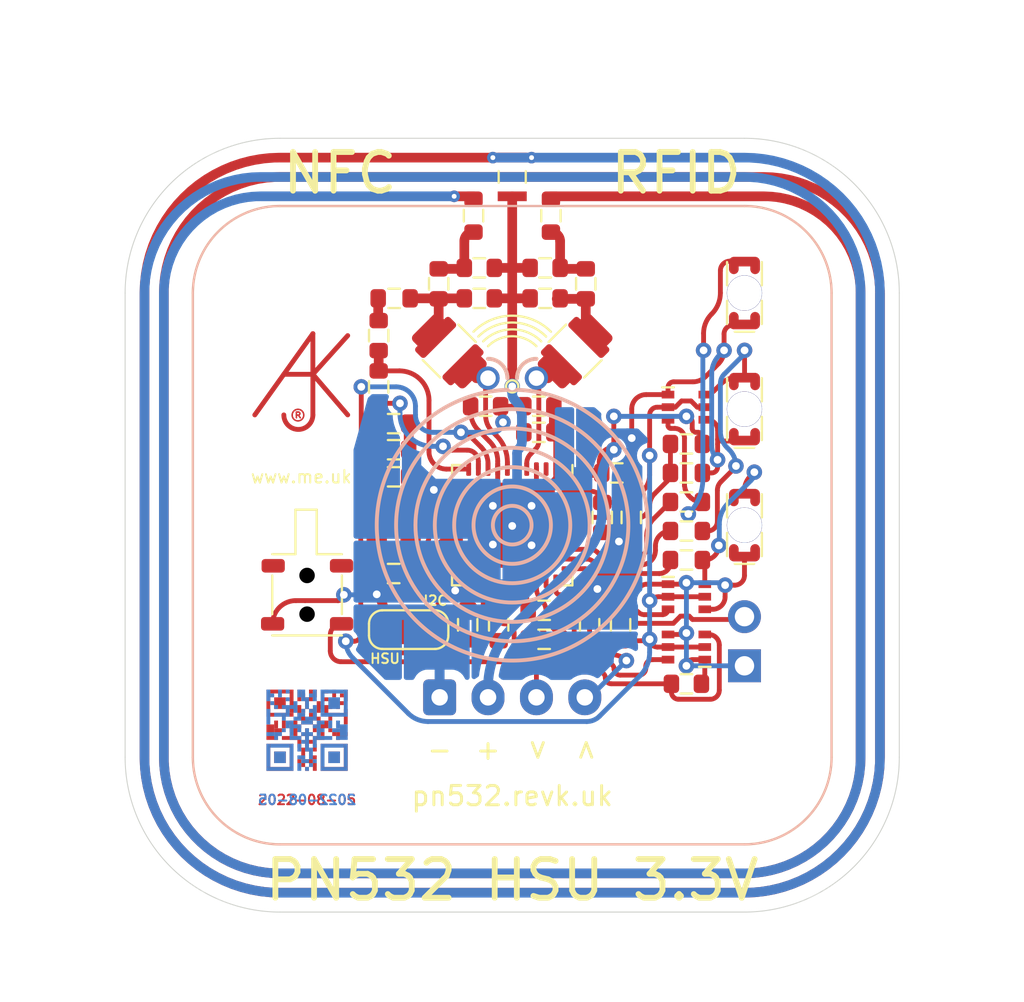
<source format=kicad_pcb>
(kicad_pcb (version 20211014) (generator pcbnew)
  (title_block (title "PN532 NFC reader (HSU)") (date "${DATE}") (rev "7") (company "Adrian Kennard Andrews & Arnold Ltd") (comment 1 "www.m.euk"))
  (layers (0 "F.Cu" signal) (31 "B.Cu" signal) (34 "B.Paste" user) (35 "F.Paste" user) (36 "B.SilkS" user "B.Silkscreen") (37 "F.SilkS" user "F.Silkscreen") (38 "B.Mask" user) (39 "F.Mask" user) (44 "Edge.Cuts" user))
  (property "DATE" "2022-08-05")
  (property "URL" "pn532.revk.uk")
  (net 0 "")
  (net 1 "GND")
  (net 2 "Net-(C3-Pad1)")
  (net 3 "Net-(C4-Pad2)")
  (net 4 "+3V3")
  (net 5 "Net-(C8-Pad2)")
  (net 6 "Net-(C8-Pad1)")
  (net 7 "+5V")
  (net 8 "Net-(C16-Pad1)")
  (net 9 "Net-(L2-Pad2)")
  (net 10 "Net-(L1-Pad1)")
  (net 11 "Net-(D1-Pad2)")
  (net 12 "Net-(D2-Pad2)")
  (net 13 "Net-(D3-Pad2)")
  (net 14 "Net-(C9-Pad1)")
  (net 15 "Net-(C17-Pad1)")
  (net 16 "Net-(J1-Pad2)")
  (net 17 "Net-(JP1-Pad2)")
  (net 18 "Net-(D6-Pad6)")
  (net 19 "Net-(R8-Pad1)")
  (net 20 "Net-(R9-Pad1)")
  (net 21 "Net-(C19-Pad1)")
  (net 36 "Net-(A1-Pad1)")
  (net 37 "Net-(A1-Pad3)")
  (net 38 "Net-(D4-Pad3)")
  (net 39 "Net-(R6-Pad1)")
  (net 40 "Net-(R10-Pad1)")
  (net 41 "Net-(R11-Pad2)")
  (net 42 "Net-(J2-Pad3)")
  (net 43 "Net-(J2-Pad4)")
  (footprint "RevK:Crystal-3.2x2.5" (layer "F.Cu") (at 93.875 100 90)
    (fp_text reference "Y1" hide)
    (fp_text value "27.12MHz")
  )
  (footprint "RevK:ISO7380-M3-NoPad" (layer "F.Cu") (at 88 88)
    (fp_text reference "H2" hide)
    (fp_text value "MountingHole" hide)
  )
  (footprint "RevK:ISO7380-M3-NoPad" (layer "F.Cu") (at 112 112)
    (fp_text reference "H1" hide)
    (fp_text value "MountingHole" hide)
  )
  (footprint "RevK:STP_156120xx7530" (layer "F.Cu") (at 112 94 90)
    (fp_text reference "D2" hide)
    (fp_text value "A")
  )
  (footprint "RevK:STP_156120xx7530" (layer "F.Cu") (at 112 88 90)
    (fp_text reference "D3" hide)
    (fp_text value "R")
  )
  (footprint "RevK:ESE13" (layer "F.Cu") (at 89.4 103.6 90)
    (fp_text reference "SW1" hide)
    (fp_text value "ESE13V01D")
  )
  (footprint "RevK:STP_156120xx7530" (layer "F.Cu") (at 112 100 90)
    (fp_text reference "D1" hide)
    (fp_text value "G")
  )
  (footprint "RevK:C_0603" (layer "F.Cu") (at 101.375 95.2)
    (fp_text reference "C7" hide)
    (fp_text value "100nF")
  )
  (footprint "RevK:C_0603" (layer "F.Cu") (at 103.8 87.525 90)
    (fp_text reference "C3" hide)
    (fp_text value "22pF")
  )
  (footprint "RevK:C_0603" (layer "F.Cu") (at 101.7 88.275)
    (fp_text reference "C5" hide)
    (fp_text value "220pF")
  )
  (footprint "RevK:R_0603" (layer "F.Cu") (at 109 95.8)
    (fp_text reference "R6" hide)
    (fp_text value "10K")
  )
  (footprint "RevK:R_0603" (layer "F.Cu") (at 93.9 88.275)
    (fp_text reference "R4" hide)
    (fp_text value "2K7 1%")
  )
  (footprint "RevK:C_0603" (layer "F.Cu") (at 106.15 99.6 -90)
    (fp_text reference "C13" hide)
    (fp_text value "4.7uF")
  )
  (footprint "RevK:C_0603" (layer "F.Cu") (at 105.4 97.3)
    (fp_text reference "C14" hide)
    (fp_text value "100nF")
  )
  (footprint "RevK:C_0603" (layer "F.Cu") (at 93.875 94.75)
    (fp_text reference "C9" hide)
    (fp_text value "100nF")
  )
  (footprint "RevK:C_0603" (layer "F.Cu") (at 93.875 97.5)
    (fp_text reference "C16" hide)
    (fp_text value "22pF")
  )
  (footprint "RevK:R_0603" (layer "F.Cu") (at 109 100.3)
    (fp_text reference "R9" hide)
    (fp_text value "100R")
  )
  (footprint "RevK:R_0603" (layer "F.Cu") (at 109 101.8)
    (fp_text reference "R8" hide)
    (fp_text value "100R")
  )
  (footprint "RevK:R_0603" (layer "F.Cu") (at 99.3 105.15 90)
    (fp_text reference "R11" hide)
    (fp_text value "10K")
  )
  (footprint "RevK:QFN-40-1EP_6x6mm_P0.5mm_EP4.6x4.6mm" (layer "F.Cu") (at 100 100 -90)
    (fp_text reference "U1" hide)
    (fp_text value "PN532")
  )
  (footprint "RevK:C_0603" (layer "F.Cu") (at 93.875 102.5 180)
    (fp_text reference "C17" hide)
    (fp_text value "22pF")
  )
  (footprint "RevK:PinHeader_1x02_P2.54mm_Vertical" (layer "F.Cu") (at 112 107.27 180)
    (fp_text reference "J1" hide)
    (fp_text value "Bell")
  )
  (footprint "RevK:C_0603" (layer "F.Cu") (at 98.625 93.85 180)
    (fp_text reference "C12" hide)
    (fp_text value "100nF")
  )
  (footprint "RevK:R_0603" (layer "F.Cu") (at 93.1 92.85 -90)
    (fp_text reference "R5" hide)
    (fp_text value "1K 1%")
  )
  (footprint "RevK:R_0603" (layer "F.Cu") (at 109 97.3)
    (fp_text reference "R7" hide)
    (fp_text value "20K")
  )
  (footprint "RevK:R_0603" (layer "F.Cu") (at 109 98.8)
    (fp_text reference "R10" hide)
    (fp_text value "100R")
  )
  (footprint "RevK:C_0603" (layer "F.Cu") (at 97.7 105.15 90)
    (fp_text reference "C18" hide)
    (fp_text value "100nF")
  )
  (footprint "RevK:C_0603" (layer "F.Cu") (at 104.65 99.6 -90)
    (fp_text reference "C11" hide)
    (fp_text value "100nF")
  )
  (footprint "RevK:C_0603" (layer "F.Cu") (at 93.1 90.2 90)
    (fp_text reference "C8" hide)
    (fp_text value "1nF")
  )
  (footprint "RevK:Molex_MiniSPOX_H4V" (layer "F.Cu") (at 100 108.9)
    (fp_text reference "J2" hide)
    (fp_text value "SPOX")
  )
  (footprint "RevK:C_0603" (layer "F.Cu") (at 101.375 93.85)
    (fp_text reference "C10" hide)
    (fp_text value "4.7uF")
  )
  (footprint "RevK:C_0603" (layer "F.Cu") (at 101.7 86.7 180)
    (fp_text reference "C1" hide)
    (fp_text value "160pF")
  )
  (footprint "RevK:C_0603" (layer "F.Cu") (at 98.3 88.275 180)
    (fp_text reference "C6" hide)
    (fp_text value "220pF")
  )
  (footprint "RevK:R_0603" (layer "F.Cu") (at 105.6 105.15 90)
    (fp_text reference "R15" hide)
    (fp_text value "10K")
  )
  (footprint "RevK:PN532-RF-Test" (layer "F.Cu") (at 100 92.4 180)
    (fp_text reference "TP1" hide)
    (fp_text value "TestPoint_2Pole" hide)
  )
  (footprint "RevK:SolderJumper3" (layer "F.Cu") (at 94.65 105.4)
    (fp_text reference "JP1" hide)
    (fp_text value "I1" hide)
  )
  (footprint "RevK:R_0603" (layer "F.Cu") (at 101.65 105.9)
    (fp_text reference "R13" hide)
    (fp_text value "100R")
  )
  (footprint "RevK:C_0603" (layer "F.Cu") (at 93.875 96.1)
    (fp_text reference "C15" hide)
    (fp_text value "4.7uF")
  )
  (footprint "RevK:R_0603" (layer "F.Cu") (at 101.65 104.4 180)
    (fp_text reference "R14" hide)
    (fp_text value "100R")
  )
  (footprint "RevK:L_1206_1008" (layer "F.Cu") (at 103.25 91 45)
    (fp_text reference "L1" hide)
    (fp_text value "560nH")
  )
  (footprint "RevK:L_1206_1008" (layer "F.Cu") (at 96.75 91 -45)
    (fp_text reference "L2" hide)
    (fp_text value "560nH")
  )
  (footprint "RevK:C_0603" (layer "F.Cu") (at 96.2 87.525 -90)
    (fp_text reference "C4" hide)
    (fp_text value "22pF")
  )
  (footprint "RevK:R_0603" (layer "F.Cu") (at 104 105.15 -90)
    (fp_text reference "R12" hide)
    (fp_text value "100R")
  )
  (footprint "RevK:SOT-363_SC-70-6" (layer "F.Cu") (at 109 93.9)
    (fp_text reference "D5" hide)
    (fp_text value "BAV99S")
  )
  (footprint "RevK:QR-PN532" (layer "F.Cu") (at 89.4 110.6)
    (fp_text reference "U2" hide)
    (fp_text value "QR" hide)
  )
  (footprint "RevK:C_0603" (layer "F.Cu") (at 109 108.2)
    (fp_text reference "C19" hide)
    (fp_text value "33pF")
  )
  (footprint "RevK:SOT-363_SC-70-6" (layer "F.Cu") (at 109 103.7)
    (fp_text reference "D4" hide)
    (fp_text value "BAV99S")
  )
  (footprint "RevK:SOT-363_SC-70-6" (layer "F.Cu") (at 109 106.3 180)
    (fp_text reference "D6" hide)
    (fp_text value "BAV99S")
  )
  (footprint "RevK:AJK" (layer "F.Cu") (at 89.7 92.2)
    (fp_text reference "AJK1" hide)
    (fp_text value "AJK" hide)
  )
  (footprint "RevK:PN532-Antenna5" (layer "F.Cu") (at 100 100)
    (fp_text reference "A1" hide)
    (fp_text value "PN532-Antenna")
  )
  (footprint "RevK:C_0603" (layer "F.Cu") (at 98.3 86.7 180)
    (fp_text reference "C2" hide)
    (fp_text value "160pF")
  )
  (footprint "RevK:R_0805_" (layer "F.Cu") (at 100 82 90)
    (fp_text reference "R2" hide)
    (fp_text value "0R")
  )
  (footprint "RevK:R_0603_" (layer "F.Cu") (at 102 84 90)
    (fp_text reference "R3" hide)
    (fp_text value "0R")
  )
  (footprint "RevK:R_0603_" (layer "F.Cu") (at 98 84 90)
    (fp_text reference "R1" hide)
    (fp_text value "0R")
  )
  (footprint "RevK:QR-PN532" (layer "B.Cu") (at 89.4 110.6 180)
    (fp_text reference "U3" hide)
    (fp_text value "QR" hide)
  )
  (gr_circle (center 100 100) (end 105 100) (layer "B.SilkS") (width 0.2) (fill none))
  (gr_arc (start 100.25 92.4) (mid 100.542894 91.692894) (end 101.25 91.4) (layer "B.SilkS") (width 0.2))
  (gr_circle (center 100 100) (end 106 100) (layer "B.SilkS") (width 0.2) (fill none))
  (gr_circle (center 100 100) (end 102 100) (layer "B.SilkS") (width 0.2) (fill none))
  (gr_circle (center 100 100) (end 104 100) (layer "B.SilkS") (width 0.2) (fill none))
  (gr_circle (center 100 100) (end 101 100) (layer "B.SilkS") (width 0.2) (fill none))
  (gr_circle (center 100 100) (end 103 100) (layer "B.SilkS") (width 0.2) (fill none))
  (gr_circle (center 100 100) (end 107 100) (layer "B.SilkS") (width 0.2) (fill none))
  (gr_arc (start 98.75 91.4) (mid 99.457106 91.692894) (end 99.75 92.4) (layer "B.SilkS") (width 0.2))
  (gr_arc (start 98.250001 90.250001) (mid 100 89.525128) (end 101.749999 90.250001) (layer "F.SilkS") (width 0.12))
  (gr_circle (center 100 92.825) (end 100.1 93.125) (layer "F.SilkS") (width 0.12) (fill none))
  (gr_arc (start 100.25 92.4) (mid 100.542894 91.692894) (end 101.25 91.4) (layer "F.SilkS") (width 0.2))
  (gr_arc (start 98.750001 90.750001) (mid 100 90.232234) (end 101.249999 90.750001) (layer "F.SilkS") (width 0.12))
  (gr_arc (start 98.000001 90.000001) (mid 100 89.171574) (end 101.999999 90.000001) (layer "F.SilkS") (width 0.12))
  (gr_arc (start 98.75 91.4) (mid 99.457106 91.692894) (end 99.75 92.4) (layer "F.SilkS") (width 0.2))
  (gr_arc (start 98.500001 90.500001) (mid 100 89.878681) (end 101.499999 90.500001) (layer "F.SilkS") (width 0.12))
  (gr_line (start 88 80) (end 112 80) (layer "Edge.Cuts") (width 0.05))
  (gr_line (start 80 112) (end 80 88) (layer "Edge.Cuts") (width 0.05))
  (gr_arc (start 112 80) (mid 117.656854 82.343146) (end 120 88) (layer "Edge.Cuts") (width 0.05))
  (gr_arc (start 88 120) (mid 82.343146 117.656854) (end 80 112) (layer "Edge.Cuts") (width 0.05))
  (gr_arc (start 80 88) (mid 82.343146 82.343146) (end 88 80) (layer "Edge.Cuts") (width 0.05))
  (gr_line (start 120 88) (end 120 112) (layer "Edge.Cuts") (width 0.05))
  (gr_line (start 112 120) (end 88 120) (layer "Edge.Cuts") (width 0.05))
  (gr_arc (start 120 112) (mid 117.656854 117.656854) (end 112 120) (layer "Edge.Cuts") (width 0.05))
  (gr_text "I2C" (at 96.7 103.9) (layer "F.SilkS") (effects (font (size 0.5 0.5) (thickness 0.1)) (justify right)))
  (gr_text "HSU" (at 92.6 106.9) (layer "F.SilkS") (effects (font (size 0.5 0.5) (thickness 0.1)) (justify left)))
  (gr_text "<" (at 101.25 110.9 90) (layer "F.SilkS") (effects (font (size 1 1)) (justify right)))
  (gr_text ">" (at 103.75 110.9 90) (layer "F.SilkS") (effects (font (size 1 1)) (justify right)))
  (gr_text "-" (at 96.25 111.75 180) (layer "F.SilkS") (effects (font (size 1 1))))
  (gr_text "+" (at 98.75 111.75 180) (layer "F.SilkS") (effects (font (size 1 1))))
  (gr_text "RFID" (at 112 81.8) (layer "F.SilkS") (effects (font (size 2 2) (thickness 0.3)) (justify right)))
  (gr_text "NFC" (at 88 81.8) (layer "F.SilkS") (effects (font (size 2 2) (thickness 0.3)) (justify left)))
  (gr_text "PN532 HSU 3.3V" (at 100 118.35) (layer "F.SilkS") (effects (font (size 2 2) (thickness 0.3))))
  (gr_text "${URL}" (at 100 114) (layer "F.SilkS") (effects (font (size 1 1))))
  (segment (start 106.175 95.5) (end 106.175 97.3) (width 0.5) (layer "F.Cu") (net 1))
  (segment (start 105.525 100.832857) (end 105.514175 100.843682) (width 0.5) (layer "F.Cu") (net 1))
  (segment (start 109.95 108.025) (end 109.775 108.2) (width 0.25) (layer "F.Cu") (net 1))
  (segment (start 108.34 92.59) (end 109.33 92.59) (width 0.25) (layer "F.Cu") (net 1))
  (segment (start 108.949253 103.05) (end 109.023753 102.9755) (width 0.25) (layer "F.Cu") (net 1))
  (segment (start 111 103.1) (end 111 103.7) (width 0.25) (layer "F.Cu") (net 1))
  (segment (start 93.35 105.4) (end 93.35 104.419474) (width 0.5) (layer "F.Cu") (net 1))
  (segment (start 93.1 101.25) (end 93 101.15) (width 0.5) (layer "F.Cu") (net 1))
  (segment (start 99.075 88.275) (end 99.95 88.275) (width 0.5) (layer "F.Cu") (net 1))
  (segment (start 102.25 97.1) (end 102.25 95.441421) (width 0.25) (layer "F.Cu") (net 1))
  (segment (start 101.25 96.975) (end 101.25 98.75) (width 0.25) (layer "F.Cu") (net 1))
  (segment (start 110.6125 95.8125) (end 110.6125 96.9875) (width 0.25) (layer "F.Cu") (net 1))
  (segment (start 108.925 105.65) (end 109 105.575) (width 0.25) (layer "F.Cu") (net 1))
  (segment (start 94.65 96.1) (end 94.65 97.5) (width 0.5) (layer "F.Cu") (net 1))
  (segment (start 110.35 104.35) (end 109.95 104.35) (width 0.25) (layer "F.Cu") (net 1))
  (segment (start 89.3 103.9) (end 91 103.9) (width 0.25) (layer "F.Cu") (net 1))
  (segment (start 99.25 96.975) (end 99.25 98.75) (width 0.25) (layer "F.Cu") (net 1))
  (segment (start 112 95.65) (end 110.811672 95.65) (width 0.25) (layer "F.Cu") (net 1))
  (segment (start 88.82 103.9) (end 89.3 103.9) (width 0.25) (layer "F.Cu") (net 1))
  (segment (start 93.1 102.5) (end 93.1 101.25) (width 0.5) (layer "F.Cu") (net 1))
  (segment (start 104.4 103.3) (end 106.358579 103.3) (width 0.25) (layer "F.Cu") (net 1))
  (segment (start 106.962132 103.05) (end 108.05 103.05) (width 0.25) (layer "F.Cu") (net 1))
  (segment (start 99.075 86.7) (end 100.925 86.7) (width 0.5) (layer "F.Cu") (net 1))
  (segment (start 106.92 93.25) (end 108.05 93.25) (width 0.25) (layer "F.Cu") (net 1))
  (segment (start 102.15 93.85) (end 102.15 95.2) (width 0.5) (layer "F.Cu") (net 1))
  (segment (start 110.6125 95.5675) (end 110.6125 95.8125) (width 0.25) (layer "F.Cu") (net 1))
  (segment (start 94.65 97.5) (end 94.65 98.75) (width 0.5) (layer "F.Cu") (net 1))
  (segment (start 102.25 97.1) (end 102.25 97.47929) (width 0.25) (layer "F.Cu") (net 1))
  (segment (start 110.3 97.3) (end 109.825 97.3) (width 0.25) (layer "F.Cu") (net 1))
  (segment (start 102.2 97.6) (end 101.141422 98.658578) (width 0.25) (layer "F.Cu") (net 1))
  (segment (start 97.85 93.85) (end 97.85 94.122451) (width 0.25) (layer "F.Cu") (net 1))
  (segment (start 94.65 94.75) (end 94.65 96.1) (width 0.5) (layer "F.Cu") (net 1))
  (segment (start 109.32 106.95) (end 109.95 106.95) (width 0.25) (layer "F.Cu") (net 1))
  (segment (start 105.525 100.375) (end 106.25 100.375) (width 0.5) (layer "F.Cu") (net 1))
  (segment (start 110.46 91.85) (end 109.995772 92.314228) (width 0.25) (layer "F.Cu") (net 1))
  (segment (start 93.1 102.5) (end 93.1 103.333079) (width 0.5) (layer "F.Cu") (net 1))
  (segment (start 99.25 98.75) (end 99 99) (width 0.25) (layer "F.Cu") (net 1))
  (segment (start 100 83) (end 100 92.825) (width 0.5) (layer "F.Cu") (net 1))
  (segment (start 110.6125 95.0875) (end 110.6125 95.5675) (width 0.25) (layer "F.Cu") (net 1))
  (segment (start 98.75 101.25) (end 99 101) (width 0.25) (layer "F.Cu") (net 1))
  (segment (start 110.946011 90.113989) (end 110.946011 90.962647) (width 0.25) (layer "F.Cu") (net 1))
  (segment (start 94.65 98.75) (end 94.75 98.85) (width 0.5) (layer "F.Cu") (net 1))
  (segment (start 96.975 100.25) (end 98.25 100.25) (width 0.25) (layer "F.Cu") (net 1))
  (segment (start 104.75 100.375) (end 105.525 100.375) (width 0.5) (layer "F.Cu") (net 1))
  (segment (start 98.25 100.25) (end 99 101) (width 0.25) (layer "F.Cu") (net 1))
  (segment (start 100.925 88.275) (end 99.95 88.275) (width 0.5) (layer "F.Cu") (net 1))
  (segment (start 98.828475 95.671525) (end 98.253475 95.096525) (width 0.25) (layer "F.Cu") (net 1))
  (segment (start 105.525 100.375) (end 105.525 100.832857) (width 0.5) (layer "F.Cu") (net 1))
  (segment (start 109.95 94.55) (end 110.075 94.55) (width 0.25) (layer "F.Cu") (net 1))
  (segment (start 110.662219 91.64778) (end 110.46 91.85) (width 0.25) (layer "F.Cu") (net 1))
  (segment (start 112 101.8) (end 112 102.6) (width 0.25) (layer "F.Cu") (net 1))
  (segment (start 111.99 89.66) (end 111.4 89.66) (width 0.25) (layer "F.Cu") (net 1))
  (segment (start 95.275 98.85) (end 94.75 98.85) (width 0.5) (layer "F.Cu") (net 1))
  (segment (start 108.05 105.65) (end 108.925 105.65) (width 0.25) (layer "F.Cu") (net 1))
  (segment (start 97.583466 97.783466) (end 98.658578 98.858578) (width 0.25) (layer "F.Cu") (net 1))
  (segment (start 111 103.1) (end 111.5 103.1) (width 0.25) (layer "F.Cu") (net 1))
  (segment (start 108.05 93.25) (end 108.05 92.88) (width 0.25) (layer "F.Cu") (net 1))
  (segment (start 97.7 104.375) (end 97.7 104.025251) (width 0.25) (layer "F.Cu") (net 1))
  (segment (start 101.25 98.75) (end 101 99) (width 0.25) (layer "F.Cu") (net 1))
  (segment (start 109.95 106.95) (end 109.95 108.025) (width 0.25) (layer "F.Cu") (net 1))
  (segment (start 108.05 103.05) (end 108.949253 103.05) (width 0.25) (layer "F.Cu") (net 1))
  (segment (start 96.975 101.25) (end 98.75 101.25) (width 0.25) (layer "F.Cu") (net 1))
  (segment (start 97.1 97.75) (end 97.502672 97.75) (width 0.25) (layer "F.Cu") (net 1))
  (segment (start 106.175 95.5) (end 106.175 93.995) (width 0.25) (layer "F.Cu") (net 1))
  (segment (start 99.25 97.1) (end 99.25 96.689176) (width 0.25) (layer "F.Cu") (net 1))
  (via (at 104.4 103.3) (size 0.8) (drill 0.4) (layers "F.Cu" "B.Cu") (net 1))
  (via (at 110.946011 90.962647) (size 0.8) (drill 0.4) (layers "F.Cu" "B.Cu") (net 1))
  (via (at 93 103.5745) (size 0.8) (drill 0.4) (layers "F.Cu" "B.Cu") (net 1))
  (via (at 91.3 103.6) (size 0.8) (drill 0.4) (layers "F.Cu" "B.Cu") (net 1))
  (via (at 105.514175 100.843682) (size 0.8) (drill 0.4) (layers "F.Cu" "B.Cu") (net 1))
  (via (at 100 92.825) (size 0.8) (drill 0.4) (layers "F.Cu" "B.Cu") (net 1))
  (via (at 109 107.27) (size 0.8) (drill 0.4) (layers "F.Cu" "B.Cu") (net 1))
  (via (at 100 100.04) (size 0.8) (drill 0.4) (layers "F.Cu" "B.Cu") (net 1))
  (via (at 111 103.1) (size 0.8) (drill 0.4) (layers "F.Cu" "B.Cu") (net 1))
  (via (at 110.61 96.62) (size 0.8) (drill 0.4) (layers "F.Cu" "B.Cu") (net 1))
  (via (at 101 101.04) (size 0.8) (drill 0.4) (layers "F.Cu" "B.Cu") (net 1))
  (via (at 97.053825 103.379076) (size 0.8) (drill 0.4) (layers "F.Cu" "B.Cu") (net 1))
  (via (at 99 101) (size 0.8) (drill 0.4) (layers "F.Cu" "B.Cu") (net 1))
  (via (at 106.175 95.5) (size 0.8) (drill 0.4) (layers "F.Cu" "B.Cu") (net 1))
  (via (at 109 102.9755) (size 0.8) (drill 0.4) (layers "F.Cu" "B.Cu") (net 1))
  (via (at 109 105.575) (size 0.8) (drill 0.4) (layers "F.Cu" "B.Cu") (net 1))
  (via (at 101 99) (size 0.8) (drill 0.4) (layers "F.Cu" "B.Cu") (net 1))
  (via (at 99 99) (size 0.8) (drill 0.4) (layers "F.Cu" "B.Cu") (net 1))
  (via (at 95.95 98.175) (size 0.8) (drill 0.4) (layers "F.Cu" "B.Cu") (net 1))
  (arc (start 97.502672 97.75) (mid 97.546397 97.758698) (end 97.583466 97.783466) (width 0.25) (layer "F.Cu") (net 1))
  (arc (start 102.25 97.47929) (mid 102.237006 97.544617) (end 102.2 97.6) (width 0.25) (layer "F.Cu") (net 1))
  (arc (start 111.5 103.1) (mid 111.853553 102.953553) (end 112 102.6) (width 0.25) (layer "F.Cu") (net 1))
  (arc (start 106.175 93.995) (mid 106.393205 93.468205) (end 106.92 93.25) (width 0.25) (layer "F.Cu") (net 1))
  (arc (start 106.358579 103.3) (mid 106.489235 103.274011) (end 106.6 103.2) (width 0.25) (layer "F.Cu") (net 1))
  (arc (start 110.811672 95.65) (mid 110.703881 95.628559) (end 110.6125 95.5675) (width 0.25) (layer "F.Cu") (net 1))
  (arc (start 93.35 104.419474) (mid 93.259038 103.962178) (end 93 103.5745) (width 0.5) (layer "F.Cu") (net 1))
  (arc (start 111.4 89.66) (mid 111.078981 89.79297) (end 110.946011 90.113989) (width 0.25) (layer "F.Cu") (net 1))
  (arc (start 109 107.27) (mid 109.093726 107.043726) (end 109.32 106.95) (width 0.25) (layer "F.Cu") (net 1))
  (arc (start 97.85 94.122451) (mid 97.95486 94.649616) (end 98.253475 95.096525) (width 0.25) (layer "F.Cu") (net 1))
  (arc (start 101.141422 98.658578) (mid 101.036755 98.815223) (end 101 99) (width 0.25) (layer "F.Cu") (net 1))
  (arc (start 102.25 95.441421) (mid 102.224011 95.310765) (end 102.15 95.2) (width 0.25) (layer "F.Cu") (net 1))
  (arc (start 106.6 103.2) (mid 106.766147 103.088984) (end 106.962132 103.05) (width 0.25) (layer "F.Cu") (net 1))
  (arc (start 95.95 98.175) (mid 95.752297 98.652297) (end 95.275 98.85) (width 0.5) (layer "F.Cu") (net 1))
  (arc (start 93.1 103.333079) (mid 93.074011 103.463735) (end 93 103.5745) (width 0.5) (layer "F.Cu") (net 1))
  (arc (start 97.7 104.025251) (mid 97.51074 103.568336) (end 97.053825 103.379076) (width 0.25) (layer "F.Cu") (net 1))
  (arc (start 112 89.65) (mid 111.997071 89.657071) (end 111.99 89.66) (width 0.25) (layer "F.Cu") (net 1))
  (arc (start 91 103.9) (mid 91.212132 103.812132) (end 91.3 103.6) (width 0.25) (layer "F.Cu") (net 1))
  (arc (start 108.05 92.88) (mid 108.134939 92.674939) (end 108.34 92.59) (width 0.25) (layer "F.Cu") (net 1))
  (arc (start 110.946011 90.962647) (mid 110.872256 91.333439) (end 110.662219 91.64778) (width 0.25) (layer "F.Cu") (net 1))
  (arc (start 109.995772 92.314228) (mid 109.690313 92.518329) (end 109.33 92.59) (width 0.25) (layer "F.Cu") (net 1))
  (arc (start 87.62 105.1) (mid 87.971472 104.251472) (end 88.82 103.9) (width 0.25) (layer "F.Cu") (net 1))
  (arc (start 111 103.7) (mid 110.809619 104.159619) (end 110.35 104.35) (width 0.25) (layer "F.Cu") (net 1))
  (arc (start 98.658578 98.858578) (mid 98.815223 98.963245) (end 99 99) (width 0.25) (layer "F.Cu") (net 1))
  (arc (start 110.6125 96.9875) (mid 110.520971 97.208471) (end 110.3 97.3) (width 0.25) (layer "F.Cu") (net 1))
  (arc (start 99.25 96.689176) (mid 99.14045 96.138428) (end 98.828475 95.671525) (width 0.25) (layer "F.Cu") (net 1))
  (arc (start 110.075 94.55) (mid 110.45507 94.70743) (end 110.6125 95.0875) (width 0.25) (layer "F.Cu") (net 1))
  (segment (start 109 102.9755) (end 110.8755 102.9755) (width 0.25) (layer "B.Cu") (net 1))
  (segment (start 109 105.575) (end 109 107.27) (width 0.25) (layer "B.Cu") (net 1))
  (segment (start 96.25 108.9) (end 96.25 107.15) (width 0.5) (layer "B.Cu") (net 1))
  (segment (start 110.946011 90.962647) (end 110.71704 91.191618) (width 0.25) (layer "B.Cu") (net 1))
  (segment (start 91.3 103.6) (end 92.9745 103.6) (width 0.25) (layer "B.Cu") (net 1))
  (segment (start 109 105.575) (end 109 102.9755) (width 0.25) (layer "B.Cu") (net 1))
  (segment (start 100.499501 94.39377) (end 100.499501 95.689073) (width 0.5) (layer "B.Cu") (net 1))
  (segment (start 110.305969 92.184031) (end 110.305969 95.886005) (width 0.25) (layer "B.Cu") (net 1))
  (segment (start 100 92.825) (end 100 93.187868) (width 0.5) (layer "B.Cu") (net 1))
  (segment (start 100.25 96.291421) (end 100.25 98.5) (width 0.5) (layer "B.Cu") (net 1))
  (segment (start 112 107.27) (end 109 107.27) (width 0.25) (layer "B.Cu") (net 1))
  (arc (start 100 93.187868) (mid 100.038983 93.383852) (end 100.15 93.55) (width 0.5) (layer "B.Cu") (net 1))
  (arc (start 110.71704 91.191618) (mid 110.412803 91.646941) (end 110.305969 92.184031) (width 0.25) (layer "B.Cu") (net 1))
  (arc (start 110.305969 95.886005) (mid 110.384984 96.28324) (end 110.61 96.62) (width 0.25) (layer "B.Cu") (net 1))
  (arc (start 100.15 93.55) (mid 100.408669 93.937125) (end 100.499501 94.39377) (width 0.5) (layer "B.Cu") (net 1))
  (arc (start 100.499501 95.689073) (mid 100.460647 95.884405) (end 100.35 96.05) (width 0.5) (layer "B.Cu") (net 1))
  (arc (start 110.8755 102.9755) (mid 110.963535 103.011965) (end 111 103.1) (width 0.25) (layer "B.Cu") (net 1))
  (arc (start 92.9745 103.6) (mid 92.992531 103.592531) (end 93 103.5745) (width 0.25) (layer "B.Cu") (net 1))
  (arc (start 105.95 95.25) (mid 106.088893 95.292132) (end 106.183142 95.403429) (width 0.5) (layer "B.Cu") (net 1))
  (arc (start 100.35 96.05) (mid 100.275989 96.160765) (end 100.25 96.291421) (width 0.5) (layer "B.Cu") (net 1))
  (segment (start 103.8 88.275) (end 103.8 89.570102) (width 0.5) (layer "F.Cu") (net 2))
  (segment (start 103.8 88.3) (end 102.3 88.3) (width 0.5) (layer "F.Cu") (net 2))
  (segment (start 103.8 89.570102) (end 104.239949 90.010051) (width 0.5) (layer "F.Cu") (net 2))
  (segment (start 96.175 88.275) (end 96.2 88.3) (width 0.5) (layer "F.Cu") (net 3))
  (segment (start 96.2 89.570102) (end 95.760051 90.010051) (width 0.5) (layer "F.Cu") (net 3))
  (segment (start 94.725 88.275) (end 96.175 88.275) (width 0.5) (layer "F.Cu") (net 3))
  (segment (start 97.525 88.275) (end 96.225 88.275) (width 0.5) (layer "F.Cu") (net 3))
  (segment (start 96.2 88.275) (end 96.2 89.570102) (width 0.5) (layer "F.Cu") (net 3))
  (segment (start 96.225 88.275) (end 96.2 88.3) (width 0.5) (layer "F.Cu") (net 3))
  (segment (start 93.1 96.1) (end 92.95 96.1) (width 0.25) (layer "F.Cu") (net 4))
  (segment (start 107.1 97.4) (end 107.1 96.4) (width 0.25) (layer "F.Cu") (net 4))
  (segment (start 100.6 95.2) (end 100.6 95.617158) (width 0.25) (layer "F.Cu") (net 4))
  (segment (start 108.43 93.9) (end 108.75 93.58) (width 0.25) (layer "F.Cu") (net 4))
  (segment (start 98.5 103.741421) (end 98.5 105.864645) (width 0.25) (layer "F.Cu") (net 4))
  (segment (start 107.1 96.4) (end 107.1 94.3) (width 0.25) (layer "F.Cu") (net 4))
  (segment (start 98.75 97.1) (end 98.75 96.832957) (width 0.25) (layer "F.Cu") (net 4))
  (segment (start 97.824149 95.396399) (end 98.388875 95.961125) (width 0.25) (layer "F.Cu") (net 4))
  (segment (start 105.6 105.975) (end 106.918934 105.975) (width 0.25) (layer "F.Cu") (net 4))
  (segment (start 95.95 105.4) (end 95.95 106.05) (width 0.25) (layer "F.Cu") (net 4))
  (segment (start 92.175489 96.874511) (end 92.175489 105.649511) (width 0.25) (layer "F.Cu") (net 4))
  (segment (start 108.05 93.9) (end 108.43 93.9) (width 0.25) (layer "F.Cu") (net 4))
  (segment (start 99.3 106.025) (end 99.275 106.025) (width 0.25) (layer "F.Cu") (net 4))
  (segment (start 107.5 106.3) (end 108.05 106.3) (width 0.25) (layer "F.Cu") (net 4))
  (segment (start 109.56 93.9) (end 109.95 93.9) (width 0.25) (layer "F.Cu") (net 4))
  (segment (start 102.9 98.25) (end 104.075 98.25) (width 0.25) (layer "F.Cu") (net 4))
  (segment (start 99.25 105.925) (end 99.3 105.975) (width 0.25) (layer "F.Cu") (net 4))
  (segment (start 97.7 105.925) (end 98.525 105.925) (width 0.25) (layer "F.Cu") (net 4))
  (segment (start 92.2 92.85) (end 92.2 95.2) (width 0.25) (layer "F.Cu") (net 4))
  (segment (start 100.6 93.85) (end 99.4 93.85) (width 0.25) (layer "F.Cu") (net 4))
  (segment (start 91.4 106) (end 91.825 106) (width 0.25) (layer "F.Cu") (net 4))
  (segment (start 97.424264 105.9) (end 97.7 105.9) (width 0.25) (layer "F.Cu") (net 4))
  (segment (start 108.75 93.58) (end 109.24 93.58) (width 0.25) (layer "F.Cu") (net 4))
  (segment (start 95.95 105.4) (end 96.217158 105.4) (width 0.25) (layer "F.Cu") (net 4))
  (segment (start 109.24 93.58) (end 109.56 93.9) (width 0.25) (layer "F.Cu") (net 4))
  (segment (start 99.4 93.85) (end 99.4 94.525) (width 0.25) (layer "F.Cu") (net 4))
  (segment (start 108.05 106.3) (end 109.95 106.3) (width 0.25) (layer "F.Cu") (net 4))
  (segment (start 106.15 98.825) (end 106.6875 98.2875) (width 0.25) (layer "F.Cu") (net 4))
  (segment (start 108.05 103.7) (end 107.56129 103.7) (width 0.25) (layer "F.Cu") (net 4))
  (segment (start 106.15 98.825) (end 104.65 98.825) (width 0.25) (layer "F.Cu") (net 4))
  (segment (start 106.764124 98.210875) (end 106.6875 98.2875) (width 0.25) (layer "F.Cu") (net 4))
  (segment (start 98.75 102.9) (end 98.75 103.137868) (width 0.25) (layer "F.Cu") (net 4))
  (segment (start 107.5 93.9) (end 108.05 93.9) (width 0.25) (layer "F.Cu") (net 4))
  (segment (start 98.525 105.925) (end 99.25 105.925) (width 0.25) (layer "F.Cu") (net 4))
  (segment (start 108.05 103.7) (end 109.95 103.7) (width 0.25) (layer "F.Cu") (net 4))
  (segment (start 100.25 96.462132) (end 100.25 97.1) (width 0.25) (layer "F.Cu") (net 4))
  (segment (start 93.125978 106.6) (end 95.4 106.6) (width 0.25) (layer "F.Cu") (net 4))
  (segment (start 100.6 93.85) (end 100.6 95.2) (width 0.25) (layer "F.Cu") (net 4))
  (via (at 97.35 95.2) (size 0.8) (drill 0.4) (layers "F.Cu" "B.Cu") (net 4))
  (via (at 107.1 96.4) (size 0.8) (drill 0.4) (layers "F.Cu" "B.Cu") (net 4))
  (via (at 92.2 92.85) (size 0.8) (drill 0.4) (layers "F.Cu" "B.Cu") (net 4))
  (via (at 107.1 103.899989) (size 0.8) (drill 0.4) (layers "F.Cu" "B.Cu") (net 4))
  (via (at 107.1 105.9) (size 0.8) (drill 0.4) (layers "F.Cu" "B.Cu") (net 4))
  (via (at 91.4 106) (size 0.8) (drill 0.4) (layers "F.Cu" "B.Cu") (net 4))
  (via (at 99.522431 94.680773) (size 0.8) (drill 0.4) (layers "F.Cu" "B.Cu") (net 4))
  (arc (start 96.217158 105.4) (mid 96.47847 105.451978) (end 96.7 105.6) (width 0.25) (layer "F.Cu") (net 4))
  (arc (start 96.7 105.6) (mid 97.032294 105.822033) (end 97.424264 105.9) (width 0.25) (layer "F.Cu") (net 4))
  (arc (start 100.6 95.617158) (mid 100.548022 95.87847) (end 100.4 96.1) (width 0.25) (layer "F.Cu") (net 4))
  (arc (start 107.56129 103.7) (mid 107.299992 103.751975) (end 107.078474 103.899989) (width 0.25) (layer "F.Cu") (net 4))
  (arc (start 92.2 95.2) (mid 92.463604 95.836396) (end 93.1 96.1) (width 0.25) (layer "F.Cu") (net 4))
  (arc (start 107.1 97.4) (mid 107.012709 97.838843) (end 106.764124 98.210875) (width 0.25) (layer "F.Cu") (net 4))
  (arc (start 106.918934 105.975) (mid 107.016926 105.955509) (end 107.1 105.9) (width 0.25) (layer "F.Cu") (net 4))
  (arc (start 91.825 106) (mid 92.072833 105.897344) (end 92.175489 105.649511) (width 0.25) (layer "F.Cu") (net 4))
  (arc (start 98.75 96.832957) (mid 98.656147 96.361125) (end 98.388875 95.961125) (width 0.25) (layer "F.Cu") (net 4))
  (arc (start 95.4 106.6) (mid 95.788909 106.438909) (end 95.95 106.05) (width 0.25) (layer "F.Cu") (net 4))
  (arc (start 99.4 94.525) (mid 99.429289 94.595711) (end 99.5 94.625) (width 0.25) (layer "F.Cu") (net 4))
  (arc (start 107.1 94.3) (mid 107.217157 94.017157) (end 107.5 93.9) (width 0.25) (layer "F.Cu") (net 4))
  (arc (start 107.1 105.9) (mid 107.217157 106.182843) (end 107.5 106.3) (width 0.25) (layer "F.Cu") (net 4))
  (arc (start 92.95 96.1) (mid 92.402338 96.326849) (end 92.175489 96.874511) (width 0.25) (layer "F.Cu") (net 4))
  (arc (start 100.4 96.1) (mid 100.288984 96.266147) (end 100.25 96.462132) (width 0.25) (layer "F.Cu") (net 4))
  (arc (start 104.075 98.25) (mid 104.481586 98.418414) (end 104.65 98.825) (width 0.25) (layer "F.Cu") (net 4))
  (arc (start 97.35 95.2) (mid 97.606608 95.251042) (end 97.824149 95.396399) (width 0.25) (layer "F.Cu") (net 4))
  (arc (start 98.5 103.741421) (mid 98.525989 103.610765) (end 98.6 103.5) (width 0.25) (layer "F.Cu") (net 4))
  (arc (start 92.175489 105.649511) (mid 92.453881 106.321608) (end 93.125978 106.6) (width 0.25) (layer "F.Cu") (net 4))
  (arc (start 98.5 105.864645) (mid 98.506496 105.897308) (end 98.525 105.925) (width 0.25) (layer "F.Cu") (net 4))
  (arc (start 98.75 103.137868) (mid 98.711016 103.333852) (end 98.6 103.5) (width 0.25) (layer "F.Cu") (net 4))
  (segment (start 95.64999 110.15001) (end 103.84999 110.15001) (width 0.25) (layer "B.Cu") (net 4))
  (segment (start 107.1 105.9) (end 107.1 106.570217) (width 0.25) (layer "B.Cu") (net 4))
  (segment (start 97.35 95.2) (end 95.9 95.2) (width 0.25) (layer "B.Cu") (net 4))
  (segment (start 94 92.85) (end 92.2 92.85) (width 0.25) (layer "B.Cu") (net 4))
  (segment (start 104.510156 109.87656) (end 106.593358 107.793358) (width 0.25) (layer "B.Cu") (net 4))
  (segment (start 107.1 103.899989) (end 107.1 96.4) (width 0.25) (layer "B.Cu") (net 4))
  (segment (start 107.1 105.9) (end 107.1 103.899989) (width 0.25) (layer "B.Cu") (net 4))
  (segment (start 97.35 95.2) (end 99.003204 95.2) (width 0.25) (layer "B.Cu") (net 4))
  (segment (start 95 93.85) (end 95 94.3) (width 0.25) (layer "B.Cu") (net 4))
  (segment (start 91.753553 106.853554) (end 94.62576 109.72576) (width 0.25) (layer "B.Cu") (net 4))
  (arc (start 95 93.85) (mid 94.707107 93.142893) (end 94 92.85) (width 0.25) (layer "B.Cu") (net 4))
  (arc (start 99.003204 95.2) (mid 99.370353 95.047922) (end 99.522431 94.680773) (width 0.25) (layer "B.Cu") (net 4))
  (arc (start 106.593358 107.793358) (mid 106.968328 107.232176) (end 107.1 106.570217) (width 0.25) (layer "B.Cu") (net 4))
  (arc (start 91.4 106) (mid 91.491886 106.46194) (end 91.753553 106.853554) (width 0.25) (layer "B.Cu") (net 4))
  (arc (start 94.62576 109.72576) (mid 95.09568 110.039751) (end 95.64999 110.15001) (width 0.25) (layer "B.Cu") (net 4))
  (arc (start 103.84999 110.15001) (mid 104.207269 110.078942) (end 104.510156 109.87656) (width 0.25) (layer "B.Cu") (net 4))
  (arc (start 95.9 95.2) (mid 95.263604 94.936396) (end 95 94.3) (width 0.25) (layer "B.Cu") (net 4))
  (segment (start 93.075 89.4) (end 93.1 89.425) (width 0.5) (layer "F.Cu") (net 5))
  (segment (start 93.075 88.25) (end 93.075 89.4) (width 0.5) (layer "F.Cu") (net 5))
  (segment (start 97.75 97.1) (end 96.6 97.1) (width 0.25) (layer "F.Cu") (net 6))
  (segment (start 95.7 96.2) (end 95.7 93.55) (width 0.25) (layer "F.Cu") (net 6))
  (segment (start 94.175 92.025) (end 93.1 92.025) (width 0.25) (layer "F.Cu") (net 6))
  (segment (start 93.1 90.975) (end 93.1 92.025) (width 0.5) (layer "F.Cu") (net 6))
  (arc (start 95.7 93.55) (mid 95.253338 92.471662) (end 94.175 92.025) (width 0.25) (layer "F.Cu") (net 6))
  (arc (start 96.6 97.1) (mid 95.963604 96.836396) (end 95.7 96.2) (width 0.25) (layer "F.Cu") (net 6))
  (segment (start 109.300489 94.999511) (end 109.300489 94.724778) (width 0.25) (layer "F.Cu") (net 7))
  (segment (start 109.6 95.2) (end 109.500978 95.2) (width 0.25) (layer "F.Cu") (net 7))
  (segment (start 104.625 97.3) (end 103.3 97.3) (width 0.5) (layer "F.Cu") (net 7))
  (segment (start 104.625 97.3) (end 104.625 96.725) (width 0.5) (layer "F.Cu") (net 7))
  (segment (start 105.25 94.4) (end 105.25 96.1) (width 0.25) (layer "F.Cu") (net 7))
  (via (at 109 94.375) (size 0.8) (drill 0.4) (layers "F.Cu" "B.Cu") (net 7))
  (via (at 105.25 96.1) (size 0.8) (drill 0.4) (layers "F.Cu" "B.Cu") (net 7))
  (via (at 105.25 94.375) (size 0.8) (drill 0.4) (layers "F.Cu" "B.Cu") (net 7))
  (arc (start 109.500978 95.2) (mid 109.359211 95.141278) (end 109.300489 94.999511) (width 0.25) (layer "F.Cu") (net 7))
  (arc (start 103.3 97.3) (mid 103.087868 97.387868) (end 103 97.6) (width 0.5) (layer "F.Cu") (net 7))
  (arc (start 104.625 96.725) (mid 104.808058 96.283058) (end 105.25 96.1) (width 0.5) (layer "F.Cu") (net 7))
  (arc (start 109.825 95.425) (mid 109.759099 95.265901) (end 109.6 95.2) (width 0.25) (layer "F.Cu") (net 7))
  (arc (start 109.300489 94.675489) (mid 109.212478 94.463011) (end 109 94.375) (width 0.25) (layer "F.Cu") (net 7))
  (segment (start 105.25 94.375) (end 109 94.375) (width 0.25) (layer "B.Cu") (net 7))
  (segment (start 103.649312 101.649312) (end 100.049312 105.249312) (width 0.5) (layer "B.Cu") (net 7))
  (segment (start 104.638443 97.576429) (end 104.638443 99.261339) (width 0.5) (layer "B.Cu") (net 7))
  (segment (start 98.75 108.386128) (end 98.75 108.9) (width 0.5) (layer "B.Cu") (net 7))
  (arc (start 105.25 96.1) (mid 104.797381 96.777391) (end 104.638443 97.576429) (width 0.5) (layer "B.Cu") (net 7))
  (arc (start 100.049312 105.249312) (mid 99.08768 106.688496) (end 98.75 108.386128) (width 0.5) (layer "B.Cu") (net 7))
  (arc (start 104.638443 99.261339) (mid 104.381376 100.5537) (end 103.649312 101.649312) (width 0.5) (layer "B.Cu") (net 7))
  (segment (start 96 99.4) (end 95.558579 99.841421) (width 0.25) (layer "F.Cu") (net 8))
  (segment (start 93 99.5) (end 93 98.85) (width 0.25) (layer "F.Cu") (net 8))
  (segment (start 93.1 98.75) (end 93.1 97.5) (width 0.25) (layer "F.Cu") (net 8))
  (segment (start 97.1 99.25) (end 96.362132 99.25) (width 0.25) (layer "F.Cu") (net 8))
  (segment (start 95.175736 100) (end 93.5 100) (width 0.25) (layer "F.Cu") (net 8))
  (arc (start 96.362132 99.25) (mid 96.166148 99.288983) (end 96 99.4) (width 0.25) (layer "F.Cu") (net 8))
  (arc (start 93.5 100) (mid 93.146447 99.853553) (end 93 99.5) (width 0.25) (layer "F.Cu") (net 8))
  (arc (start 95.558579 99.841421) (mid 95.382929 99.958786) (end 95.175736 100) (width 0.25) (layer "F.Cu") (net 8))
  (arc (start 93 98.85) (mid 93.070711 98.820711) (end 93.1 98.75) (width 0.25) (layer "F.Cu") (net 8))
  (segment (start 98.75 92.4) (end 98.15 92.4) (width 0.5) (layer "F.Cu") (net 9))
  (segment (start 98.968989 95.155737) (end 99.181626 95.368374) (width 0.25) (layer "F.Cu") (net 9))
  (segment (start 98.624806 94.324806) (end 98.624806 92.600194) (width 0.25) (layer "F.Cu") (net 9))
  (segment (start 98.15 92.4) (end 97.739949 91.989949) (width 0.5) (layer "F.Cu") (net 9))
  (segment (start 99.75 97.1) (end 99.75 96.74055) (width 0.25) (layer "F.Cu") (net 9))
  (arc (start 99.75 96.74055) (mid 99.602285 95.997934) (end 99.181626 95.368374) (width 0.25) (layer "F.Cu") (net 9))
  (arc (start 98.624806 94.324806) (mid 98.714256 94.774503) (end 98.968989 95.155737) (width 0.25) (layer "F.Cu") (net 9))
  (segment (start 101.25 92.4) (end 101.85 92.4) (width 0.5) (layer "F.Cu") (net 10))
  (segment (start 101.375 92.701776) (end 101.375 95.652513) (width 0.25) (layer "F.Cu") (net 10))
  (segment (start 101.85 92.4) (end 102.260051 91.989949) (width 0.5) (layer "F.Cu") (net 10))
  (segment (start 100.75 96.807842) (end 100.75 97.1) (width 0.25) (layer "F.Cu") (net 10))
  (segment (start 101.2 96.075) (end 100.95 96.325) (width 0.25) (layer "F.Cu") (net 10))
  (arc (start 101.25 92.4) (mid 101.342514 92.538456) (end 101.375 92.701776) (width 0.25) (layer "F.Cu") (net 10))
  (arc (start 101.375 95.652513) (mid 101.329519 95.881161) (end 101.2 96.075) (width 0.25) (layer "F.Cu") (net 10))
  (arc (start 100.95 96.325) (mid 100.801978 96.54653) (end 100.75 96.807842) (width 0.25) (layer "F.Cu") (net 10))
  (segment (start 112.51 97.26) (end 112.304057 97.465943) (width 0.25) (layer "F.Cu") (net 11))
  (segment (start 109.95 101.925) (end 109.825 101.8) (width 0.25) (layer "F.Cu") (net 11))
  (segment (start 109.925 101.8) (end 109.825 101.8) (width 0.25) (layer "F.Cu") (net 11))
  (segment (start 109.95 103.05) (end 109.95 101.925) (width 0.25) (layer "F.Cu") (net 11))
  (via (at 112.51 97.26) (size 0.8) (drill 0.4) (layers "F.Cu" "B.Cu") (net 11))
  (via (at 110.675 101.05) (size 0.8) (drill 0.4) (layers "F.Cu" "B.Cu") (net 11))
  (arc (start 110.675 101.05) (mid 110.45533 101.58033) (end 109.925 101.8) (width 0.25) (layer "F.Cu") (net 11))
  (arc (start 112.304057 97.465943) (mid 112.079022 97.80273) (end 112 98.2) (width 0.25) (layer "F.Cu") (net 11))
  (segment (start 112.329688 97.695312) (end 111.15 98.875) (width 0.25) (layer "B.Cu") (net 11))
  (segment (start 110.7 101.1) (end 110.7 99.961396) (width 0.25) (layer "B.Cu") (net 11))
  (arc (start 112.51 97.26) (mid 112.463138 97.495589) (end 112.329688 97.695312) (width 0.25) (layer "B.Cu") (net 11))
  (arc (start 111.15 98.875) (mid 110.816951 99.373442) (end 110.7 99.961396) (width 0.25) (layer "B.Cu") (net 11))
  (segment (start 110.435525 93.048889) (end 110.767207 92.717207) (width 0.25) (layer "F.Cu") (net 12))
  (segment (start 110.1 100.3) (end 109.825 100.3) (width 0.25) (layer "F.Cu") (net 12))
  (segment (start 110.783848 97.756152) (end 111.54 97) (width 0.25) (layer "F.Cu") (net 12))
  (segment (start 112 92.35) (end 111.653723 92.35) (width 0.25) (layer "F.Cu") (net 12))
  (segment (start 110.6 98.2) (end 110.6 99.8) (width 0.25) (layer "F.Cu") (net 12))
  (segment (start 112.004431 90.962647) (end 112.004431 92.339303) (width 0.25) (layer "F.Cu") (net 12))
  (via (at 112.004431 90.962647) (size 0.8) (drill 0.4) (layers "F.Cu" "B.Cu") (net 12))
  (via (at 111.56 96.94) (size 0.8) (drill 0.4) (layers "F.Cu" "B.Cu") (net 12))
  (arc (start 111.653723 92.35) (mid 111.173944 92.445434) (end 110.767207 92.717207) (width 0.25) (layer "F.Cu") (net 12))
  (arc (start 110.6 99.8) (mid 110.453553 100.153553) (end 110.1 100.3) (width 0.25) (layer "F.Cu") (net 12))
  (arc (start 110.6 98.2) (mid 110.647781 97.959791) (end 110.783848 97.756152) (width 0.25) (layer "F.Cu") (net 12))
  (arc (start 109.95 93.25) (mid 110.212764 93.197733) (end 110.435525 93.048889) (width 0.25) (layer "F.Cu") (net 12))
  (arc (start 112.004431 92.339303) (mid 112.003279 92.345092) (end 112 92.35) (width 0.25) (layer "F.Cu") (net 12))
  (segment (start 112.004431 90.962647) (end 112.004431 91.142816) (width 0.25) (layer "B.Cu") (net 12))
  (segment (start 112.004431 91.142816) (end 110.962489 92.184757) (width 0.25) (layer "B.Cu") (net 12))
  (segment (start 110.75548 92.68452) (end 110.75548 95.144114) (width 0.25) (layer "B.Cu") (net 12))
  (segment (start 111.11 96) (end 111.213518 96.103518) (width 0.25) (layer "B.Cu") (net 12))
  (arc (start 110.75548 95.144114) (mid 110.847617 95.607316) (end 111.11 96) (width 0.25) (layer "B.Cu") (net 12))
  (arc (start 111.213518 96.103518) (mid 111.469952 96.4873) (end 111.56 96.94) (width 0.25) (layer "B.Cu") (net 12))
  (arc (start 110.962489 92.184757) (mid 110.80928 92.41405) (end 110.75548 92.68452) (width 0.25) (layer "B.Cu") (net 12))
  (segment (start 109.006835 98.312318) (end 109.107872 98.463532) (width 0.25) (layer "F.Cu") (net 13))
  (segment (start 109.887592 90.962647) (end 109.887592 90.08564) (width 0.25) (layer "F.Cu") (net 13))
  (segment (start 109.107872 98.463532) (end 109.236468 98.592128) (width 0.25) (layer "F.Cu") (net 13))
  (segment (start 109.555701 98.762761) (end 109.734069 98.79824) (width 0.25) (layer "F.Cu") (net 13))
  (segment (start 108.937239 98.144299) (end 109.006835 98.312318) (width 0.25) (layer "F.Cu") (net 13))
  (segment (start 112 86.35) (end 111.25 86.35) (width 0.25) (layer "F.Cu") (net 13))
  (segment (start 108.05 94.55) (end 108.05 94.85) (width 0.25) (layer "F.Cu") (net 13))
  (segment (start 109.387682 98.693165) (end 109.555701 98.762761) (width 0.25) (layer "F.Cu") (net 13))
  (segment (start 108.2 95) (end 108.4 95) (width 0.25) (layer "F.Cu") (net 13))
  (segment (start 110.755479 87.990377) (end 110.755479 86.844521) (width 0.25) (layer "F.Cu") (net 13))
  (segment (start 109.734069 98.79824) (end 109.825 98.8) (width 0.25) (layer "F.Cu") (net 13))
  (segment (start 108.9 95.5) (end 108.9 97.875) (width 0.25) (layer "F.Cu") (net 13))
  (segment (start 109.236468 98.592128) (end 109.387682 98.693165) (width 0.25) (layer "F.Cu") (net 13))
  (segment (start 108.9 97.875) (end 108.90176 97.965931) (width 0.25) (layer "F.Cu") (net 13))
  (segment (start 109.645754 98.874246) (end 109.1 99.42) (width 0.25) (layer "F.Cu") (net 13))
  (segment (start 108.90176 97.965931) (end 108.937239 98.144299) (width 0.25) (layer "F.Cu") (net 13))
  (via (at 109.1 99.42) (size 0.8) (drill 0.4) (layers "F.Cu" "B.Cu") (net 13))
  (via (at 109.887592 90.962647) (size 0.8) (drill 0.4) (layers "F.Cu" "B.Cu") (net 13))
  (arc (start 109.825 98.8) (mid 109.727993 98.819296) (end 109.645754 98.874246) (width 0.25) (layer "F.Cu") (net 13))
  (arc (start 108.4 95) (mid 108.753553 95.146447) (end 108.9 95.5) (width 0.25) (layer "F.Cu") (net 13))
  (arc (start 110.3 89.09) (mid 110.637104 88.585489) (end 110.755479 87.990377) (width 0.25) (layer "F.Cu") (net 13))
  (arc (start 109.887592 90.08564) (mid 109.994773 89.546804) (end 110.3 89.09) (width 0.25) (layer "F.Cu") (net 13))
  (arc (start 108.05 94.85) (mid 108.093934 94.956066) (end 108.2 95) (width 0.25) (layer "F.Cu") (net 13))
  (arc (start 111.25 86.35) (mid 110.900321 86.494842) (end 110.755479 86.844521) (width 0.25) (layer "F.Cu") (net 13))
  (segment (start 109.85 91.053402) (end 109.85 97.60934) (width 0.25) (layer "B.Cu") (net 13))
  (arc (start 109.887592 90.962647) (mid 109.85977 91.004285) (end 109.85 91.053402) (width 0.25) (layer "B.Cu") (net 13))
  (arc (start 109.85 97.60934) (mid 109.655081 98.589262) (end 109.1 99.42) (width 0.25) (layer "B.Cu") (net 13))
  (segment (start 93.1 93.675) (end 93.1 94.75) (width 0.5) (layer "F.Cu") (net 14))
  (segment (start 96.897538 96.120439) (end 97.667767 96.120439) (width 0.25) (layer "F.Cu") (net 14))
  (segment (start 98.25 96.702672) (end 98.25 97.1) (width 0.25) (layer "F.Cu") (net 14))
  (segment (start 94.2 93.7) (end 93.125 93.7) (width 0.25) (layer "F.Cu") (net 14))
  (via (at 94.2 93.7) (size 0.8) (drill 0.4) (layers "F.Cu" "B.Cu") (net 14))
  (via (at 96.4245 95.9245) (size 0.8) (drill 0.4) (layers "F.Cu" "B.Cu") (net 14))
  (arc (start 93.125 93.7) (mid 93.107322 93.692678) (end 93.1 93.675) (width 0.25) (layer "F.Cu") (net 14))
  (arc (start 96.4245 95.9245) (mid 96.641531 96.069516) (end 96.897538 96.120439) (width 0.25) (layer "F.Cu") (net 14))
  (arc (start 97.667767 96.120439) (mid 98.079468 96.290971) (end 98.25 96.702672) (width 0.25) (layer "F.Cu") (net 14))
  (segment (start 95.877378 95.922622) (end 96.422622 95.922622) (width 0.25) (layer "B.Cu") (net 14))
  (segment (start 94.2 93.7) (end 94.2 94.245244) (width 0.25) (layer "B.Cu") (net 14))
  (segment (start 96.422622 95.922622) (end 96.4245 95.9245) (width 0.25) (layer "B.Cu") (net 14))
  (arc (start 94.2 94.245244) (mid 94.691293 95.431329) (end 95.877378 95.922622) (width 0.25) (layer "B.Cu") (net 14))
  (segment (start 96.2 99.9) (end 95.841422 100.258578) (width 0.25) (layer "F.Cu") (net 15))
  (segment (start 97.1 99.75) (end 96.562132 99.75) (width 0.25) (layer "F.Cu") (net 15))
  (segment (start 94.65 101.25) (end 94.65 102.5) (width 0.25) (layer "F.Cu") (net 15))
  (segment (start 95.15 101.15) (end 94.75 101.15) (width 0.25) (layer "F.Cu") (net 15))
  (arc (start 96.562132 99.75) (mid 96.366148 99.788983) (end 96.2 99.9) (width 0.25) (layer "F.Cu") (net 15))
  (arc (start 95.7 100.6) (mid 95.538909 100.988909) (end 95.15 101.15) (width 0.25) (layer "F.Cu") (net 15))
  (arc (start 95.841422 100.258578) (mid 95.736755 100.415223) (end 95.7 100.6) (width 0.25) (layer "F.Cu") (net 15))
  (arc (start 94.75 101.15) (mid 94.679289 101.179289) (end 94.65 101.25) (width 0.25) (layer "F.Cu") (net 15))
  (segment (start 109.314511 104.874511) (end 111.855489 104.874511) (width 0.25) (layer "F.Cu") (net 16))
  (segment (start 108.326 105.074) (end 108.7 104.7) (width 0.25) (layer "F.Cu") (net 16))
  (segment (start 104 105.975) (end 104 105.4) (width 0.25) (layer "F.Cu") (net 16))
  (segment (start 104.326 105.074) (end 108.326 105.074) (width 0.25) (layer "F.Cu") (net 16))
  (segment (start 109.14 104.7) (end 109.314511 104.874511) (width 0.25) (layer "F.Cu") (net 16))
  (segment (start 111.855489 104.874511) (end 112 104.73) (width 0.25) (layer "F.Cu") (net 16))
  (segment (start 108.7 104.7) (end 109.14 104.7) (width 0.25) (layer "F.Cu") (net 16))
  (arc (start 104 105.4) (mid 104.095483 105.169483) (end 104.326 105.074) (width 0.25) (layer "F.Cu") (net 16))
  (segment (start 95.8 104.3) (end 95.1 104.3) (width 0.25) (layer "F.Cu") (net 17))
  (segment (start 94.65 105.4) (end 94.65 104.75) (width 0.25) (layer "F.Cu") (net 17))
  (segment (start 96.213249 101.086751) (end 96.213249 103.886751) (width 0.25) (layer "F.Cu") (net 17))
  (segment (start 97.1 100.75) (end 96.55 100.75) (width 0.25) (layer "F.Cu") (net 17))
  (arc (start 96.213249 103.886751) (mid 96.092211 104.178962) (end 95.8 104.3) (width 0.25) (layer "F.Cu") (net 17))
  (arc (start 96.55 100.75) (mid 96.311881 100.848632) (end 96.213249 101.086751) (width 0.25) (layer "F.Cu") (net 17))
  (arc (start 94.65 104.75) (mid 94.781802 104.431802) (end 95.1 104.3) (width 0.25) (layer "F.Cu") (net 17))
  (segment (start 102.475 105.9) (end 102.475 106.824075) (width 0.25) (layer "F.Cu") (net 18))
  (segment (start 101.74999 104.75001) (end 101.74999 104.45001) (width 0.25) (layer "F.Cu") (net 18))
  (segment (start 105.578995 107.750489) (end 106.550489 107.750489) (width 0.25) (layer "F.Cu") (net 18))
  (segment (start 106.9 107.3) (end 106.9 107.400978) (width 0.25) (layer "F.Cu") (net 18))
  (segment (start 102.800346 107.149421) (end 104.977927 107.149421) (width 0.25) (layer "F.Cu") (net 18))
  (segment (start 101.989444 105.210556) (end 101.906326 105.127438) (width 0.25) (layer "F.Cu") (net 18))
  (segment (start 102.33083 105.551942) (end 101.989444 105.210556) (width 0.25) (layer "F.Cu") (net 18))
  (segment (start 107.25 106.95) (end 108.05 106.95) (width 0.25) (layer "F.Cu") (net 18))
  (segment (start 101.25 102.9) (end 101.25 103.242928) (width 0.25) (layer "F.Cu") (net 18))
  (arc (start 106.9 107.3) (mid 107.002513 107.052513) (end 107.25 106.95) (width 0.25) (layer "F.Cu") (net 18))
  (arc (start 102.475 105.9) (mid 102.437531 105.711632) (end 102.33083 105.551942) (width 0.25) (layer "F.Cu") (net 18))
  (arc (start 101.74999 104.45001) (mid 101.687049 104.133583) (end 101.507807 103.865329) (width 0.25) (layer "F.Cu") (net 18))
  (arc (start 101.906326 105.127438) (mid 101.790621 104.954273) (end 101.74999 104.75001) (width 0.25) (layer "F.Cu") (net 18))
  (arc (start 106.550489 107.750489) (mid 106.797631 107.64812) (end 106.9 107.400978) (width 0.25) (layer "F.Cu") (net 18))
  (arc (start 101.25 103.242928) (mid 101.317002 103.579769) (end 101.507807 103.865329) (width 0.25) (layer "F.Cu") (net 18))
  (arc (start 104.977927 107.149421) (mid 105.18039 107.233284) (end 105.264253 107.435747) (width 0.25) (layer "F.Cu") (net 18))
  (arc (start 105.264253 107.435747) (mid 105.356439 107.658303) (end 105.578995 107.750489) (width 0.25) (layer "F.Cu") (net 18))
  (arc (start 102.475 106.824075) (mid 102.570292 107.054129) (end 102.800346 107.149421) (width 0.25) (layer "F.Cu") (net 18))
  (segment (start 108.175 101.925) (end 108.175 101.8) (width 0.25) (layer "F.Cu") (net 19))
  (segment (start 104.341421 102.5) (end 107.6 102.5) (width 0.25) (layer "F.Cu") (net 19))
  (segment (start 102.9 102.25) (end 103.737868 102.25) (width 0.25) (layer "F.Cu") (net 19))
  (arc (start 107.6 102.5) (mid 108.006586 102.331586) (end 108.175 101.925) (width 0.25) (layer "F.Cu") (net 19))
  (arc (start 103.737868 102.25) (mid 103.933852 102.288984) (end 104.1 102.4) (width 0.25) (layer "F.Cu") (net 19))
  (arc (start 104.1 102.4) (mid 104.210765 102.474011) (end 104.341421 102.5) (width 0.25) (layer "F.Cu") (net 19))
  (segment (start 104.563312 102.050489) (end 106.649511 102.050489) (width 0.25) (layer "F.Cu") (net 20))
  (segment (start 107.4 101.3) (end 107.4 101.075) (width 0.25) (layer "F.Cu") (net 20))
  (segment (start 102.9 101.75) (end 103.837868 101.75) (width 0.25) (layer "F.Cu") (net 20))
  (arc (start 106.649511 102.050489) (mid 107.180187 101.830676) (end 107.4 101.3) (width 0.25) (layer "F.Cu") (net 20))
  (arc (start 104.2 101.9) (mid 104.366689 102.011378) (end 104.563312 102.050489) (width 0.25) (layer "F.Cu") (net 20))
  (arc (start 107.4 101.075) (mid 107.626992 100.526992) (end 108.175 100.3) (width 0.25) (layer "F.Cu") (net 20))
  (arc (start 103.837868 101.75) (mid 104.033852 101.788984) (end 104.2 101.9) (width 0.25) (layer "F.Cu") (net 20))
  (segment (start 101.74841 105.854247) (end 101.718457 105.703664) (width 0.25) (layer "F.Cu") (net 21))
  (segment (start 109.95 105.65) (end 110.15 105.65) (width 0.25) (layer "F.Cu") (net 21))
  (segment (start 100.75 104.325) (end 100.825 104.4) (width 0.25) (layer "F.Cu") (net 21))
  (segment (start 104.522794 107.6) (end 102.494988 107.6) (width 0.25) (layer "F.Cu") (net 21))
  (segment (start 101.521239 105.378761) (end 100.825 104.682522) (width 0.25) (layer "F.Cu") (net 21))
  (segment (start 101.74999 105.931014) (end 101.74841 105.854247) (width 0.25) (layer "F.Cu") (net 21))
  (segment (start 101.718457 105.703664) (end 101.659703 105.561818) (width 0.25) (layer "F.Cu") (net 21))
  (segment (start 108.225 108.2) (end 105.122794 108.2) (width 0.25) (layer "F.Cu") (net 21))
  (segment (start 101.574404 105.43416) (end 101.521239 105.378761) (width 0.25) (layer "F.Cu") (net 21))
  (segment (start 110.7 106.2) (end 110.7 108.527834) (width 0.25) (layer "F.Cu") (net 21))
  (segment (start 101.74999 106.855002) (end 101.74999 105.931014) (width 0.25) (layer "F.Cu") (net 21))
  (segment (start 101.659703 105.561818) (end 101.574404 105.43416) (width 0.25) (layer "F.Cu") (net 21))
  (segment (start 108.225 108.625) (end 108.225 108.2) (width 0.25) (layer "F.Cu") (net 21))
  (segment (start 100.75 103.025) (end 100.75 104.325) (width 0.25) (layer "F.Cu") (net 21))
  (segment (start 110.227824 109.00001) (end 108.60001 109.00001) (width 0.25) (layer "F.Cu") (net 21))
  (segment (start 100.825 104.682522) (end 100.825 104.4) (width 0.25) (layer "F.Cu") (net 21))
  (arc (start 102.494988 107.6) (mid 101.968195 107.381795) (end 101.74999 106.855002) (width 0.25) (layer "F.Cu") (net 21))
  (arc (start 110.15 105.65) (mid 110.538909 105.811091) (end 110.7 106.2) (width 0.25) (layer "F.Cu") (net 21))
  (arc (start 105.122794 108.2) (mid 104.902603 108.108794) (end 104.811397 107.888603) (width 0.25) (layer "F.Cu") (net 21))
  (arc (start 104.811397 107.888603) (mid 104.726867 107.68453) (end 104.522794 107.6) (width 0.25) (layer "F.Cu") (net 21))
  (arc (start 108.6 109) (mid 108.334835 108.890165) (end 108.225 108.625) (width 0.25) (layer "F.Cu") (net 21))
  (arc (start 110.7 108.527834) (mid 110.561703 108.861713) (end 110.227824 109.00001) (width 0.25) (layer "F.Cu") (net 21))
  (arc (start 108.60001 109.00001) (mid 108.600003 109.000007) (end 108.6 109) (width 0.25) (layer "F.Cu") (net 21))
  (segment (start 103.8 86.75) (end 102.525 86.75) (width 0.5) (layer "F.Cu") (net 36))
  (segment (start 102.475 86.7) (end 102.475 85.325) (width 0.5) (layer "F.Cu") (net 36))
  (segment (start 102.525 86.75) (end 102.475 86.7) (width 0.5) (layer "F.Cu") (net 36))
  (arc (start 102.475 85.325) (mid 102.335876 84.989124) (end 102 84.85) (width 0.5) (layer "F.Cu") (net 36))
  (segment (start 96.2 86.75) (end 97.475 86.75) (width 0.5) (layer "F.Cu") (net 37))
  (segment (start 97.475 86.75) (end 97.525 86.7) (width 0.5) (layer "F.Cu") (net 37))
  (segment (start 97.525 86.7) (end 97.525 85.325) (width 0.5) (layer "F.Cu") (net 37))
  (arc (start 97.525 85.325) (mid 97.664124 84.989124) (end 98 84.85) (width 0.5) (layer "F.Cu") (net 37))
  (segment (start 103.4 103.6) (end 102.8 103.6) (width 0.25) (layer "F.Cu") (net 38))
  (segment (start 102.475099 103.600099) (end 102.799901 103.600099) (width 0.25) (layer "F.Cu") (net 38))
  (segment (start 104 104.325) (end 105.6 104.325) (width 0.25) (layer "F.Cu") (net 38))
  (segment (start 106.820545 104.62449) (end 107.77551 104.62449) (width 0.25) (layer "F.Cu") (net 38))
  (segment (start 105.6 104.325) (end 106.097513 104.325) (width 0.25) (layer "F.Cu") (net 38))
  (segment (start 102.25 102.9) (end 102.25 103.375) (width 0.25) (layer "F.Cu") (net 38))
  (segment (start 104 104.325) (end 104 104.2) (width 0.25) (layer "F.Cu") (net 38))
  (arc (start 102.25 103.375) (mid 102.31593 103.534169) (end 102.475099 103.600099) (width 0.25) (layer "F.Cu") (net 38))
  (arc (start 106.52 104.5) (mid 106.65789 104.592136) (end 106.820545 104.62449) (width 0.25) (layer "F.Cu") (net 38))
  (arc (start 106.097513 104.325) (mid 106.326161 104.370481) (end 106.52 104.5) (width 0.25) (layer "F.Cu") (net 38))
  (arc (start 104 104.2) (mid 103.824264 103.775736) (end 103.4 103.6) (width 0.25) (layer "F.Cu") (net 38))
  (arc (start 102.8 103.6) (mid 102.79993 103.600029) (end 102.799901 103.600099) (width 0.25) (layer "F.Cu") (net 38))
  (arc (start 107.77551 104.62449) (mid 107.969604 104.544094) (end 108.05 104.35) (width 0.25) (layer "F.Cu") (net 38))
  (segment (start 108.175 95.8) (end 108.175 97.3) (width 0.25) (layer "F.Cu") (net 39))
  (segment (start 107.994928 97.734732) (end 107.36187 98.36779) (width 0.25) (layer "F.Cu") (net 39))
  (segment (start 103.55 98.75) (end 102.9 98.75) (width 0.25) (layer "F.Cu") (net 39))
  (segment (start 106.604907 99.6) (end 104.272862 99.6) (width 0.25) (layer "F.Cu") (net 39))
  (segment (start 107.1 99) (end 107.1 99.104907) (width 0.25) (layer "F.Cu") (net 39))
  (segment (start 103.8 99.127138) (end 103.8 99) (width 0.25) (layer "F.Cu") (net 39))
  (segment (start 107.013569 99.313569) (end 106.813569 99.513569) (width 0.25) (layer "F.Cu") (net 39))
  (arc (start 107.36187 98.36779) (mid 107.168058 98.65785) (end 107.1 99) (width 0.25) (layer "F.Cu") (net 39))
  (arc (start 107.1 99.104907) (mid 107.077537 99.217834) (end 107.013569 99.313569) (width 0.25) (layer "F.Cu") (net 39))
  (arc (start 108.175 97.3) (mid 108.128201 97.535275) (end 107.994928 97.734732) (width 0.25) (layer "F.Cu") (net 39))
  (arc (start 103.8 99) (mid 103.726777 98.823223) (end 103.55 98.75) (width 0.25) (layer "F.Cu") (net 39))
  (arc (start 104.272862 99.6) (mid 103.938498 99.461502) (end 103.8 99.127138) (width 0.25) (layer "F.Cu") (net 39))
  (arc (start 106.813569 99.513569) (mid 106.717834 99.577537) (end 106.604907 99.6) (width 0.25) (layer "F.Cu") (net 39))
  (segment (start 102.9 101.25) (end 104.037868 101.25) (width 0.25) (layer "F.Cu") (net 40))
  (segment (start 106.94952 101.186844) (end 106.94952 100.54952) (width 0.25) (layer "F.Cu") (net 40))
  (segment (start 107.320072 99.654928) (end 108.175 98.8) (width 0.25) (layer "F.Cu") (net 40))
  (segment (start 104.806027 101.568182) (end 106.568182 101.568182) (width 0.25) (layer "F.Cu") (net 40))
  (arc (start 106.568182 101.568182) (mid 106.837829 101.456491) (end 106.94952 101.186844) (width 0.25) (layer "F.Cu") (net 40))
  (arc (start 104.037868 101.25) (mid 104.233852 101.288984) (end 104.4 101.4) (width 0.25) (layer "F.Cu") (net 40))
  (arc (start 104.4 101.4) (mid 104.586286 101.524473) (end 104.806027 101.568182) (width 0.25) (layer "F.Cu") (net 40))
  (arc (start 106.94952 100.54952) (mid 107.045823 100.06537) (end 107.320072 99.654928) (width 0.25) (layer "F.Cu") (net 40))
  (segment (start 99.25 104.275) (end 99.3 104.325) (width 0.25) (layer "F.Cu") (net 41))
  (segment (start 99.3 104.325) (end 99.3 104.8) (width 0.25) (layer "F.Cu") (net 41))
  (segment (start 100.1 105.6) (end 100.1 106.4198) (width 0.25) (layer "F.Cu") (net 41))
  (segment (start 99.25 103.025) (end 99.25 104.275) (width 0.25) (layer "F.Cu") (net 41))
  (segment (start 91.8599 107.0599) (end 91.1599 107.0599) (width 0.25) (layer "F.Cu") (net 41))
  (segment (start 99.4599 107.0599) (end 91.8599 107.0599) (width 0.25) (layer "F.Cu") (net 41))
  (segment (start 90.6 105.68) (end 90.6 106.5) (width 0.25) (layer "F.Cu") (net 41))
  (arc (start 99.6 105.1) (mid 99.953553 105.246447) (end 100.1 105.6) (width 0.25) (layer "F.Cu") (net 41))
  (arc (start 99.3 104.8) (mid 99.387868 105.012132) (end 99.6 105.1) (width 0.25) (layer "F.Cu") (net 41))
  (arc (start 91.18 105.1) (mid 90.769878 105.269878) (end 90.6 105.68) (width 0.25) (layer "F.Cu") (net 41))
  (arc (start 90.6 106.5) (mid 90.763991 106.895909) (end 91.1599 107.0599) (width 0.25) (layer "F.Cu") (net 41))
  (arc (start 100.1 106.4198) (mid 99.912519 106.872419) (end 99.4599 107.0599) (width 0.25) (layer "F.Cu") (net 41))
  (segment (start 100.825 105.9) (end 100.825 106.675) (width 0.25) (layer "F.Cu") (net 42))
  (segment (start 101.1 107.3) (end 101.072488 107.272488) (width 0.25) (layer "F.Cu") (net 42))
  (segment (start 101.25 108.9) (end 101.25 107.662132) (width 0.25) (layer "F.Cu") (net 42))
  (arc (start 101.072488 107.272488) (mid 100.88932 106.998359) (end 100.825 106.675) (width 0.25) (layer "F.Cu") (net 42))
  (arc (start 101.25 107.662132) (mid 101.211017 107.466148) (end 101.1 107.3) (width 0.25) (layer "F.Cu") (net 42))
  (segment (start 103.20048 106.392263) (end 103.20048 104.70048) (width 0.25) (layer "F.Cu") (net 43))
  (segment (start 102.9 104.4) (end 102.475 104.4) (width 0.25) (layer "F.Cu") (net 43))
  (segment (start 105.174578 106.69952) (end 103.507737 106.69952) (width 0.25) (layer "F.Cu") (net 43))
  (via (at 105.9 107) (size 0.8) (drill 0.4) (layers "F.Cu" "B.Cu") (net 43))
  (arc (start 103.507737 106.69952) (mid 103.290473 106.609527) (end 103.20048 106.392263) (width 0.25) (layer "F.Cu") (net 43))
  (arc (start 105.9 107) (mid 105.567173 106.777612) (end 105.174578 106.69952) (width 0.25) (layer "F.Cu") (net 43))
  (arc (start 103.20048 104.70048) (mid 103.112471 104.488009) (end 102.9 104.4) (width 0.25) (layer "F.Cu") (net 43))
  (segment (start 105.9 107) (end 104.176777 108.723223) (width 0.25) (layer "B.Cu") (net 43))
  (arc (start 104.176777 108.723223) (mid 103.98097 108.854057) (end 103.75 108.9) (width 0.25) (layer "B.Cu") (net 43))
  (zone (net 0) (net_name "") (layer "B.Cu") (connect_pads (clearance 0)) (min_thickness 0.254)
    (keepout (tracks allowed) (vias allowed) (pads allowed) (copperpour not_allowed) (footprints allowed))
    (fill (thermal_gap 0.508) (thermal_bridge_width 0.508))
    (polygon (pts (xy 98.6 104) (xy 98.6 104.1) (xy 91.8 104.1) (xy 91.8 104)))
  )
  (zone (net 0) (net_name "") (layer "B.Cu") (connect_pads (clearance 0)) (min_thickness 0.254)
    (keepout (tracks allowed) (vias allowed) (pads allowed) (copperpour not_allowed) (footprints allowed))
    (fill (thermal_gap 0.508) (thermal_bridge_width 0.508))
    (polygon (pts (xy 100.9 98.3) (xy 100.9 98.2) (xy 105 98.2) (xy 105 98.3)))
  )
  (zone (net 1) (net_name "GND") (layer "B.Cu") (connect_pads (clearance 0.25)) (min_thickness 0.254) (fill yes (thermal_gap 0.508) (thermal_bridge_width 0.508))
    (polygon (pts (xy 95.3 93.8) (xy 95.3 96.9) (xy 96.05 97.6) (xy 102.2 97.6) (xy 102.2 93.9) (xy 104.25 93.9) (xy 105.5 95) (xy 106.5 95) (xy 107 95.5) (xy 107 103.5) (xy 106.5 104) (xy 106.5 106.7) (xy 104.3 108) (xy 92.5 108) (xy 91.8 107.2) (xy 91.8 96.1) (xy 92.7 92.85) (xy 94.4 92.85)))
  )
  (zone (net 0) (net_name "") (layer "B.Cu") (connect_pads (clearance 0)) (min_thickness 0.254)
    (keepout (tracks allowed) (vias allowed) (pads allowed) (copperpour not_allowed) (footprints allowed))
    (fill (thermal_gap 0.508) (thermal_bridge_width 0.508))
    (polygon (pts (xy 99.5 102.8) (xy 99.4 102.8) (xy 99.4 97.6) (xy 99.5 97.6)))
  )
  (zone (net 0) (net_name "") (layer "B.Cu") (connect_pads (clearance 0)) (min_thickness 0.254)
    (keepout (tracks allowed) (vias allowed) (pads allowed) (copperpour not_allowed) (footprints allowed))
    (fill (thermal_gap 0.508) (thermal_bridge_width 0.508))
    (polygon (pts (xy 97.7 100.7) (xy 97.7 100.8) (xy 91.8 100.8) (xy 91.8 100.7)))
  )
  (zone (net 0) (net_name "") (layer "B.Cu") (connect_pads (clearance 0)) (min_thickness 0.254)
    (keepout (tracks allowed) (vias allowed) (pads allowed) (copperpour not_allowed) (footprints allowed))
    (fill (thermal_gap 0.508) (thermal_bridge_width 0.508))
    (polygon (pts (xy 94.3 98.1) (xy 94.2 98.1) (xy 94.2 92.9) (xy 94.3 92.9)))
  )
  (zone (net 0) (net_name "") (layer "B.Cu") (connect_pads (clearance 0)) (min_thickness 0.254)
    (keepout (tracks allowed) (vias allowed) (pads allowed) (copperpour not_allowed) (footprints allowed))
    (fill (thermal_gap 0.508) (thermal_bridge_width 0.508))
    (polygon (pts (xy 101.4 105.5) (xy 101.4 105.4) (xy 106.5 105.4) (xy 106.5 105.5)))
  )
  (zone (net 0) (net_name "") (layer "B.Cu") (connect_pads (clearance 0)) (min_thickness 0.254)
    (keepout (tracks allowed) (vias allowed) (pads allowed) (copperpour not_allowed) (footprints allowed))
    (fill (thermal_gap 0.508) (thermal_bridge_width 0.508))
    (polygon (pts (xy 104.4 102.6) (xy 104.4 102.5) (xy 108.5 102.5) (xy 108.5 102.6)))
  )
  (zone (net 0) (net_name "") (layer "B.Cu") (connect_pads (clearance 0)) (min_thickness 0.254)
    (keepout (tracks allowed) (vias allowed) (pads allowed) (copperpour not_allowed) (footprints allowed))
    (fill (thermal_gap 0.508) (thermal_bridge_width 0.508))
    (polygon (pts (xy 94.3 104.9) (xy 94.4 104.9) (xy 94.4 108) (xy 94.3 108)))
  )
  (zone (net 0) (net_name "") (layer "B.Cu") (connect_pads (clearance 0)) (min_thickness 0.254)
    (keepout (tracks allowed) (vias allowed) (pads allowed) (copperpour not_allowed) (footprints allowed))
    (fill (thermal_gap 0.508) (thermal_bridge_width 0.508))
    (polygon (pts (xy 103.2 93.9) (xy 103.3 93.9) (xy 103.3 97) (xy 103.2 97)))
  )
  (zone (net 0) (net_name "") (layer "B.Cu") (connect_pads (clearance 0)) (min_thickness 0.254)
    (keepout (tracks allowed) (vias allowed) (pads allowed) (copperpour not_allowed) (footprints allowed))
    (fill (thermal_gap 0.508) (thermal_bridge_width 0.508))
    (polygon (pts (xy 97.8 104.9) (xy 97.9 104.9) (xy 97.9 108) (xy 97.8 108)))
  )
)
</source>
